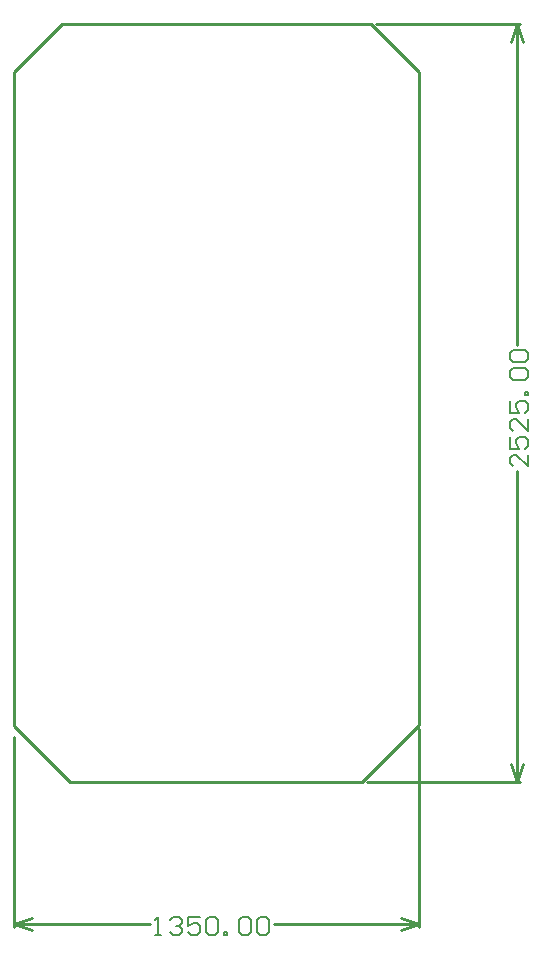
<source format=gbr>
G04*
G04 #@! TF.GenerationSoftware,Altium Limited,Altium Designer,25.2.1 (25)*
G04*
G04 Layer_Color=16711935*
%FSLAX25Y25*%
%MOIN*%
G70*
G04*
G04 #@! TF.SameCoordinates,6E7B483F-BFF1-4FB3-8246-CE29AB42D2EF*
G04*
G04*
G04 #@! TF.FilePolarity,Positive*
G04*
G01*
G75*
%ADD10C,0.00600*%
%ADD75C,0.01000*%
D10*
X103599Y-15845D02*
Y-19844D01*
X99600Y-15845D01*
X98601D01*
X97601Y-16845D01*
Y-18844D01*
X98601Y-19844D01*
X97601Y-9847D02*
Y-13846D01*
X100600D01*
X99600Y-11846D01*
Y-10847D01*
X100600Y-9847D01*
X102599D01*
X103599Y-10847D01*
Y-12846D01*
X102599Y-13846D01*
X103599Y-3849D02*
Y-7848D01*
X99600Y-3849D01*
X98601D01*
X97601Y-4849D01*
Y-6848D01*
X98601Y-7848D01*
X97601Y2149D02*
Y-1850D01*
X100600D01*
X99600Y150D01*
Y1149D01*
X100600Y2149D01*
X102599D01*
X103599Y1149D01*
Y-850D01*
X102599Y-1850D01*
X103599Y4149D02*
X102599D01*
Y5148D01*
X103599D01*
Y4149D01*
X98601Y9147D02*
X97601Y10147D01*
Y12146D01*
X98601Y13146D01*
X102599D01*
X103599Y12146D01*
Y10147D01*
X102599Y9147D01*
X98601D01*
Y15145D02*
X97601Y16145D01*
Y18144D01*
X98601Y19144D01*
X102599D01*
X103599Y18144D01*
Y16145D01*
X102599Y15145D01*
X98601D01*
X-20594Y-176099D02*
X-18595D01*
X-19594D01*
Y-170101D01*
X-20594Y-171101D01*
X-15596D02*
X-14596Y-170101D01*
X-12596D01*
X-11597Y-171101D01*
Y-172100D01*
X-12596Y-173100D01*
X-13596D01*
X-12596D01*
X-11597Y-174100D01*
Y-175099D01*
X-12596Y-176099D01*
X-14596D01*
X-15596Y-175099D01*
X-5599Y-170101D02*
X-9597D01*
Y-173100D01*
X-7598Y-172100D01*
X-6598D01*
X-5599Y-173100D01*
Y-175099D01*
X-6598Y-176099D01*
X-8598D01*
X-9597Y-175099D01*
X-3599Y-171101D02*
X-2600Y-170101D01*
X-600D01*
X399Y-171101D01*
Y-175099D01*
X-600Y-176099D01*
X-2600D01*
X-3599Y-175099D01*
Y-171101D01*
X2399Y-176099D02*
Y-175099D01*
X3398D01*
Y-176099D01*
X2399D01*
X7397Y-171101D02*
X8397Y-170101D01*
X10396D01*
X11396Y-171101D01*
Y-175099D01*
X10396Y-176099D01*
X8397D01*
X7397Y-175099D01*
Y-171101D01*
X13395D02*
X14395Y-170101D01*
X16394D01*
X17394Y-171101D01*
Y-175099D01*
X16394Y-176099D01*
X14395D01*
X13395Y-175099D01*
Y-171101D01*
D75*
X53000Y127500D02*
X101000D01*
X50000Y-125000D02*
X101000D01*
X100000Y20744D02*
Y127500D01*
Y-125000D02*
Y-21444D01*
X98000Y121500D02*
X100000Y127500D01*
X102000Y121500D01*
X100000Y-125000D02*
X102000Y-119000D01*
X98000D02*
X100000Y-125000D01*
X-67500Y-173500D02*
Y-110000D01*
X67500Y-173500D02*
Y-107500D01*
X-67500Y-172500D02*
X-22194D01*
X18994D02*
X67500D01*
X-67500D02*
X-61500Y-174500D01*
X-67500Y-172500D02*
X-61500Y-170500D01*
X61500D02*
X67500Y-172500D01*
X61500Y-174500D02*
X67500Y-172500D01*
X48500Y-125000D02*
X67500Y-106000D01*
X-67500Y111500D02*
X-51500Y127500D01*
X-67500Y-106500D02*
Y111500D01*
Y-106500D02*
X-49000Y-125000D01*
X48500D01*
X67500Y-106000D02*
Y111500D01*
X51500Y127500D02*
X67500Y111500D01*
X-51500Y127500D02*
X51500D01*
M02*

</source>
